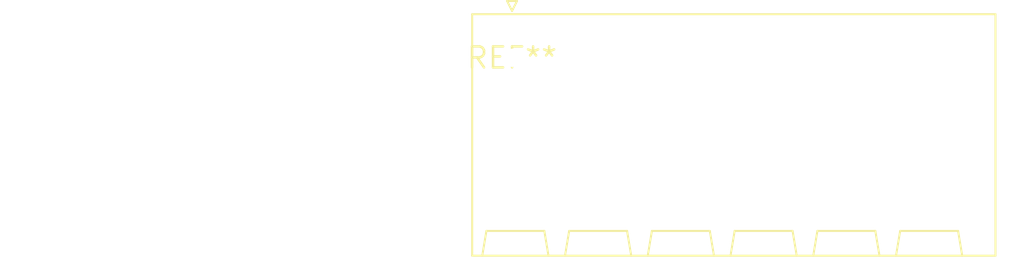
<source format=kicad_pcb>
(kicad_pcb (version 20240108) (generator pcbnew)
  (layers (0 "F.Cu" signal) (31 "B.Cu" signal) (34 "B.Paste" user) (35 "F.Paste" user) (36 "B.SilkS" user "B.Silkscreen") (37 "F.SilkS" user "F.Silkscreen") (38 "B.Mask" user) (39 "F.Mask" user) (44 "Edge.Cuts" user))
  (net 0 "")
  (footprint "PhoenixContact_SPT_2.5_6-H-5.0-EX_1x06_P5.0mm_Horizontal" (layer "F.Cu") (at 0 0)
    (property "Reference" "REF**")
    (property "Value" "PhoenixContact_SPT_2.5_6-H-5.0-EX_1x06_P5.0mm_Horizontal")
    (fp_line (start -2.41 -2.64) (end 29.21 -2.64) (layer "F.SilkS") (stroke (width 0.12)))
    (fp_line (start -2.41 11.98) (end -2.41 -2.64) (layer "F.SilkS") (stroke (width 0.12)))
    (fp_line (start -1.8 11.98) (end -1.55 10.48) (layer "F.SilkS") (stroke (width 0.12)))
    (fp_line (start -1.55 10.48) (end 1.95 10.48) (layer "F.SilkS") (stroke (width 0.12)))
    (fp_line (start -0.3 -3.44) (end 0 -2.84) (layer "F.SilkS") (stroke (width 0.12)))
    (fp_line (start -0.3 -3.44) (end 0.3 -3.44) (layer "F.SilkS") (stroke (width 0.12)))
    (fp_line (start 0.3 -3.44) (end 0 -2.84) (layer "F.SilkS") (stroke (width 0.12)))
    (fp_line (start 2.2 11.98) (end 1.95 10.48) (layer "F.SilkS") (stroke (width 0.12)))
    (fp_line (start 3.2 11.98) (end 3.45 10.48) (layer "F.SilkS") (stroke (width 0.12)))
    (fp_line (start 3.45 10.48) (end 6.95 10.48) (layer "F.SilkS") (stroke (width 0.12)))
    (fp_line (start 7.2 11.98) (end 6.95 10.48) (layer "F.SilkS") (stroke (width 0.12)))
    (fp_line (start 8.2 11.98) (end 8.45 10.48) (layer "F.SilkS") (stroke (width 0.12)))
    (fp_line (start 8.45 10.48) (end 11.95 10.48) (layer "F.SilkS") (stroke (width 0.12)))
    (fp_line (start 12.2 11.98) (end 11.95 10.48) (layer "F.SilkS") (stroke (width 0.12)))
    (fp_line (start 13.2 11.98) (end 13.45 10.48) (layer "F.SilkS") (stroke (width 0.12)))
    (fp_line (start 13.45 10.48) (end 16.95 10.48) (layer "F.SilkS") (stroke (width 0.12)))
    (fp_line (start 17.2 11.98) (end 16.95 10.48) (layer "F.SilkS") (stroke (width 0.12)))
    (fp_line (start 18.2 11.98) (end 18.45 10.48) (layer "F.SilkS") (stroke (width 0.12)))
    (fp_line (start 18.45 10.48) (end 21.95 10.48) (layer "F.SilkS") (stroke (width 0.12)))
    (fp_line (start 22.2 11.98) (end 21.95 10.48) (layer "F.SilkS") (stroke (width 0.12)))
    (fp_line (start 23.2 11.98) (end 23.45 10.48) (layer "F.SilkS") (stroke (width 0.12)))
    (fp_line (start 23.45 10.48) (end 26.95 10.48) (layer "F.SilkS") (stroke (width 0.12)))
    (fp_line (start 27.2 11.98) (end 26.95 10.48) (layer "F.SilkS") (stroke (width 0.12)))
    (fp_line (start 29.21 -2.64) (end 29.21 11.98) (layer "F.SilkS") (stroke (width 0.12)))
    (fp_line (start 29.21 11.98) (end -2.41 11.98) (layer "F.SilkS") (stroke (width 0.12)))
    (pad "1" thru_hole roundrect (at 0 0) (size 1.8 3.3) (drill 1.1) (layers *.Cu *.Mask) (remove_unused_layers) (roundrect_rratio 0.138889))
    (pad "1" thru_hole roundrect (at 0 8.2) (size 1.8 3.3) (drill 1.1) (layers *.Cu *.Mask) (remove_unused_layers) (roundrect_rratio 0.138889))
    (pad "2" thru_hole oval (at 5 0) (size 1.8 3.3) (drill 1.1) (layers *.Cu *.Mask) (remove_unused_layers))
    (pad "2" thru_hole oval (at 5 8.2) (size 1.8 3.3) (drill 1.1) (layers *.Cu *.Mask) (remove_unused_layers))
    (pad "3" thru_hole oval (at 10 0) (size 1.8 3.3) (drill 1.1) (layers *.Cu *.Mask) (remove_unused_layers))
    (pad "3" thru_hole oval (at 10 8.2) (size 1.8 3.3) (drill 1.1) (layers *.Cu *.Mask) (remove_unused_layers))
    (pad "4" thru_hole oval (at 15 0) (size 1.8 3.3) (drill 1.1) (layers *.Cu *.Mask) (remove_unused_layers))
    (pad "4" thru_hole oval (at 15 8.2) (size 1.8 3.3) (drill 1.1) (layers *.Cu *.Mask) (remove_unused_layers))
    (pad "5" thru_hole oval (at 20 0) (size 1.8 3.3) (drill 1.1) (layers *.Cu *.Mask) (remove_unused_layers))
    (pad "5" thru_hole oval (at 20 8.2) (size 1.8 3.3) (drill 1.1) (layers *.Cu *.Mask) (remove_unused_layers))
    (pad "6" thru_hole oval (at 25 0) (size 1.8 3.3) (drill 1.1) (layers *.Cu *.Mask) (remove_unused_layers))
    (pad "6" thru_hole oval (at 25 8.2) (size 1.8 3.3) (drill 1.1) (layers *.Cu *.Mask) (remove_unused_layers))
  )
)
</source>
